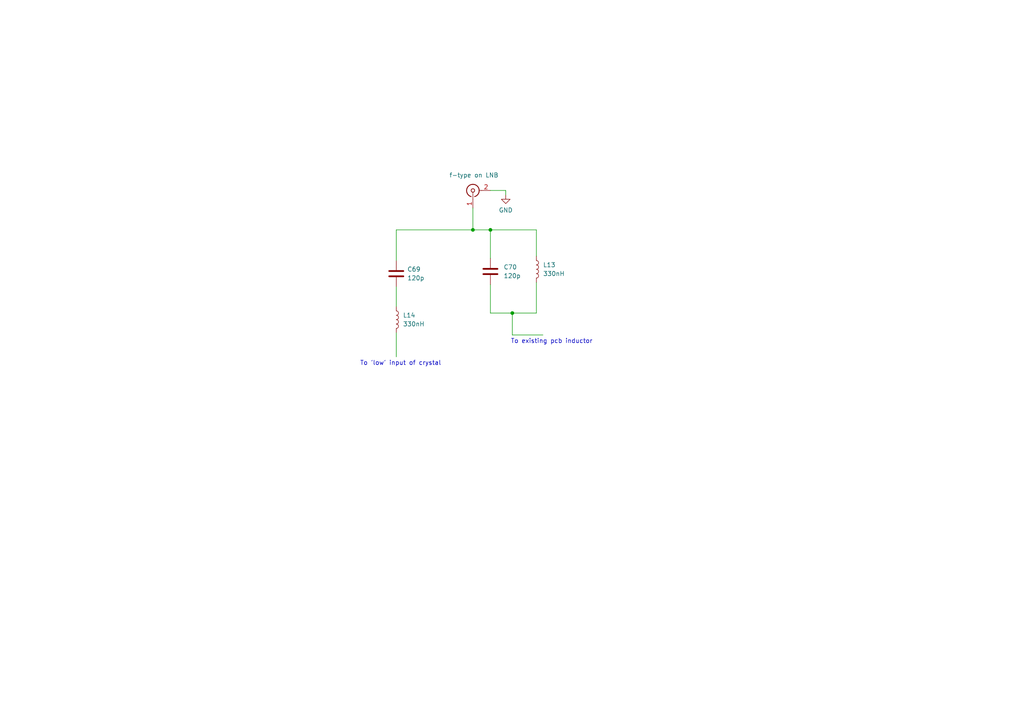
<source format=kicad_sch>
(kicad_sch (version 20231120) (generator "eeschema") (generator_version "8.0")
  (paper "A4")
  (title_block (title "430Mhz - QO-100 transverter") (date "2025-04-24") (rev "2.1") (comment 1 "See photographs") (comment 2 "These values are for 25MHz") (comment 3 "Choose resonance according to crystal frequency") (comment 4 "Modification to inject 25MHz into LNB"))
  (lib_symbols
    (symbol "Connector:Conn_Coaxial" (pin_names (offset 1.016) hide)
      (property "Reference" "J" (at 0.254 3.048 0))
      (property "Value" "Conn_Coaxial" (at 2.921 0 90))
      (symbol "Conn_Coaxial_0_1"
        (arc (start -1.778 -0.508) (mid 0.2311 -1.8066) (end 1.778 0) (stroke (width 0.254)))
        (polyline (pts (xy -2.54 0) (xy -0.508 0)))
        (polyline (pts (xy 0 -2.54) (xy 0 -1.778)))
        (circle (center 0 0) (radius 0.508) (stroke (width 0.2032)))
        (arc (start 1.778 0) (mid 0.2099 1.8101) (end -1.778 0.508) (stroke (width 0.254)))
      )
      (symbol "Conn_Coaxial_1_1"
        (pin passive line (at -5.08 0 0) (length 2.54) (name "In") (number "1"))
        (pin passive line (at 0 -5.08 90) (length 2.54) (name "Ext") (number "2"))
      )
    )
    (symbol "Device:C" (pin_numbers hide) (pin_names (offset 0.254))
      (property "Reference" "C" (at 0.635 2.54 0))
      (property "Value" "C" (at 0.635 -2.54 0))
      (symbol "C_0_1"
        (polyline (pts (xy -2.032 -0.762) (xy 2.032 -0.762)) (stroke (width 0.508)))
        (polyline (pts (xy -2.032 0.762) (xy 2.032 0.762)) (stroke (width 0.508)))
      )
      (symbol "C_1_1"
        (pin passive line (at 0 3.81 270) (length 2.794) (name "~") (number "1"))
        (pin passive line (at 0 -3.81 90) (length 2.794) (name "~") (number "2"))
      )
    )
    (symbol "Device:L" (pin_numbers hide) (pin_names (offset 1.016) hide)
      (property "Reference" "L" (at -1.27 0 90))
      (property "Value" "L" (at 1.905 0 90))
      (symbol "L_0_1"
        (arc (start 0 -2.54) (mid 0.6323 -1.905) (end 0 -1.27))
        (arc (start 0 -1.27) (mid 0.6323 -0.635) (end 0 0))
        (arc (start 0 0) (mid 0.6323 0.635) (end 0 1.27))
        (arc (start 0 1.27) (mid 0.6323 1.905) (end 0 2.54))
      )
      (symbol "L_1_1"
        (pin passive line (at 0 3.81 270) (length 1.27) (name "1") (number "1"))
        (pin passive line (at 0 -3.81 90) (length 1.27) (name "2") (number "2"))
      )
    )
    (symbol "power:GND" (power) (pin_numbers hide) (pin_names (offset 0) hide)
      (property "Value" "GND" (at 0 -3.81 0))
      (symbol "GND_0_1"
        (polyline (pts (xy 0 0) (xy 0 -1.27) (xy 1.27 -1.27) (xy 0 -2.54) (xy -1.27 -1.27) (xy 0 -1.27)))
      )
      (symbol "GND_1_1"
        (pin power_in line (at 0 0 270) (length 0) (name "~") (number "1"))
      )
    )
  )
  (junction (at 142.24 66.675))
  (junction (at 137.16 66.675))
  (junction (at 148.59 90.805))
  (wire (pts (xy 137.16 60.325) (xy 137.16 66.675)))
  (wire (pts (xy 148.59 90.805) (xy 142.24 90.805)))
  (wire (pts (xy 114.935 96.52) (xy 114.935 103.505)))
  (wire (pts (xy 114.935 66.675) (xy 137.16 66.675)))
  (wire (pts (xy 142.24 55.245) (xy 146.685 55.245)))
  (wire (pts (xy 142.24 66.675) (xy 142.24 74.93)))
  (wire (pts (xy 142.24 66.675) (xy 155.575 66.675)))
  (wire (pts (xy 114.935 75.565) (xy 114.935 66.675)))
  (wire (pts (xy 148.59 97.155) (xy 157.48 97.155)))
  (wire (pts (xy 155.575 66.675) (xy 155.575 74.295)))
  (wire (pts (xy 137.16 66.675) (xy 142.24 66.675)))
  (wire (pts (xy 142.24 90.805) (xy 142.24 82.55)))
  (wire (pts (xy 155.575 81.915) (xy 155.575 90.805)))
  (wire (pts (xy 148.59 90.805) (xy 148.59 97.155)))
  (wire (pts (xy 146.685 55.245) (xy 146.685 56.515)))
  (wire (pts (xy 155.575 90.805) (xy 148.59 90.805)))
  (wire (pts (xy 114.935 88.9) (xy 114.935 83.185)))
  (text "To 'low' input of crystal" (at 116.205 105.41 0) (effects (font (size 1.27 1.27))))
  (text "To existing pcb inductor" (at 160.02 99.06 0) (effects (font (size 1.27 1.27))))
  (symbol (lib_id "Device:C") (at 142.24 78.74 0) (unit 1)
    (property "Reference" "C70" (at 146.05 77.4699 0) (effects (justify left)))
    (property "Value" "120p" (at 146.05 80.0099 0) (effects (justify left)))
    (property "Description" "Unpolarized capacitor" (effects (hide yes)))
  )
  (symbol (lib_id "Device:C") (at 114.935 79.375 0) (unit 1)
    (property "Reference" "C69" (at 118.11 78.1049 0) (effects (justify left)))
    (property "Value" "120p" (at 118.11 80.6449 0) (effects (justify left)))
    (property "Description" "Unpolarized capacitor" (effects (hide yes)))
  )
  (symbol (lib_id "Device:L") (at 155.575 78.105 0) (unit 1)
    (property "Reference" "L13" (at 157.48 76.8349 0) (effects (justify left)))
    (property "Value" "330nH" (at 157.48 79.3749 0) (effects (justify left)))
    (property "Description" "Inductor" (effects (hide yes)))
  )
  (symbol (lib_id "power:GND") (at 146.685 56.515 0) (unit 1)
    (property "Reference" "#PWR010" (effects (hide yes)))
    (property "Value" "GND" (at 146.685 60.96 0))
    (property "Description" "Power symbol creates a global label with name \"GND\" , ground" (effects (hide yes)))
  )
  (symbol (lib_id "Connector:Conn_Coaxial") (at 137.16 55.245 90) (unit 1)
    (property "Reference" "J5" (effects (hide yes)))
    (property "Value" "f-type on LNB" (at 137.4532 50.8 90))
    (property "Description" "coaxial connector (BNC, SMA, SMB, SMC, Cinch/RCA, LEMO, ...)" (effects (hide yes)))
  )
  (symbol (lib_id "Device:L") (at 114.935 92.71 0) (unit 1)
    (property "Reference" "L14" (at 116.84 91.4399 0) (effects (justify left)))
    (property "Value" "330nH" (at 116.84 93.9799 0) (effects (justify left)))
    (property "Description" "Inductor" (effects (hide yes)))
  )
)
</source>
